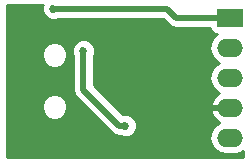
<source format=gbr>
G04 #@! TF.FileFunction,Copper,L2,Bot,Signal*
%FSLAX46Y46*%
G04 Gerber Fmt 4.6, Leading zero omitted, Abs format (unit mm)*
G04 Created by KiCad (PCBNEW (2015-02-03 BZR 5404)-product) date 2016-5-14 22:59:46*
%MOMM*%
G01*
G04 APERTURE LIST*
%ADD10C,0.150000*%
%ADD11R,2.199640X1.524000*%
%ADD12O,2.199640X1.524000*%
%ADD13C,0.685800*%
%ADD14C,0.254000*%
%ADD15C,0.508000*%
G04 APERTURE END LIST*
D10*
D11*
X207772000Y-145542000D03*
D12*
X207772000Y-148082000D03*
X207772000Y-150622000D03*
X207772000Y-153162000D03*
X207772000Y-155702000D03*
D13*
X193548000Y-151384000D03*
X197358000Y-150114000D03*
X201168000Y-156464000D03*
X192786000Y-144780000D03*
X195326000Y-148336000D03*
X198882000Y-154686000D03*
D14*
X203200000Y-153162000D02*
X207772000Y-153162000D01*
X200152000Y-150114000D02*
X203200000Y-153162000D01*
X197358000Y-150114000D02*
X200152000Y-150114000D01*
X201168000Y-156210000D02*
X204216000Y-153162000D01*
X204216000Y-153162000D02*
X207772000Y-153162000D01*
X201168000Y-156464000D02*
X201168000Y-156210000D01*
X202438000Y-144780000D02*
X203200000Y-145542000D01*
X203200000Y-145542000D02*
X207772000Y-145542000D01*
D15*
X203200000Y-145542000D02*
X207772000Y-145542000D01*
X202438000Y-144780000D02*
X203200000Y-145542000D01*
X192786000Y-144780000D02*
X202438000Y-144780000D01*
X198374000Y-154686000D02*
X195326000Y-151638000D01*
X195326000Y-151638000D02*
X195326000Y-148336000D01*
X198882000Y-154686000D02*
X198374000Y-154686000D01*
D14*
G36*
X208865000Y-157303000D02*
X199860069Y-157303000D01*
X199860069Y-154492337D01*
X199711507Y-154132788D01*
X199436659Y-153857460D01*
X199077370Y-153708270D01*
X198688337Y-153707931D01*
X198663450Y-153718214D01*
X196215000Y-151269764D01*
X196215000Y-148745055D01*
X196303730Y-148531370D01*
X196304069Y-148142337D01*
X196155507Y-147782788D01*
X195880659Y-147507460D01*
X195521370Y-147358270D01*
X195132337Y-147357931D01*
X194772788Y-147506493D01*
X194497460Y-147781341D01*
X194348270Y-148140630D01*
X194347931Y-148529663D01*
X194437000Y-148745227D01*
X194437000Y-151638000D01*
X194504671Y-151978206D01*
X194697382Y-152266618D01*
X197745382Y-155314618D01*
X198033794Y-155507329D01*
X198033795Y-155507329D01*
X198374000Y-155575000D01*
X198472944Y-155575000D01*
X198686630Y-155663730D01*
X199075663Y-155664069D01*
X199435212Y-155515507D01*
X199710540Y-155240659D01*
X199859730Y-154881370D01*
X199860069Y-154492337D01*
X199860069Y-157303000D01*
X193972368Y-157303000D01*
X193972368Y-152860850D01*
X193972368Y-148464110D01*
X193807598Y-148065337D01*
X193502767Y-147759974D01*
X193104283Y-147594509D01*
X192672810Y-147594132D01*
X192274037Y-147758902D01*
X191968674Y-148063733D01*
X191803209Y-148462217D01*
X191802832Y-148893690D01*
X191967602Y-149292463D01*
X192272433Y-149597826D01*
X192670917Y-149763291D01*
X193102390Y-149763668D01*
X193501163Y-149598898D01*
X193806526Y-149294067D01*
X193971991Y-148895583D01*
X193972368Y-148464110D01*
X193972368Y-152860850D01*
X193807598Y-152462077D01*
X193502767Y-152156714D01*
X193104283Y-151991249D01*
X192672810Y-151990872D01*
X192274037Y-152155642D01*
X191968674Y-152460473D01*
X191803209Y-152858957D01*
X191802832Y-153290430D01*
X191967602Y-153689203D01*
X192272433Y-153994566D01*
X192670917Y-154160031D01*
X193102390Y-154160408D01*
X193501163Y-153995638D01*
X193806526Y-153690807D01*
X193971991Y-153292323D01*
X193972368Y-152860850D01*
X193972368Y-157303000D01*
X188899000Y-157303000D01*
X188899000Y-144449000D01*
X191864588Y-144449000D01*
X191808270Y-144584630D01*
X191807931Y-144973663D01*
X191956493Y-145333212D01*
X192231341Y-145608540D01*
X192590630Y-145757730D01*
X192979663Y-145758069D01*
X193195227Y-145669000D01*
X202069764Y-145669000D01*
X202571382Y-146170618D01*
X202859794Y-146363329D01*
X202859795Y-146363329D01*
X203200000Y-146431000D01*
X206049380Y-146431000D01*
X206071717Y-146546123D01*
X206211507Y-146758927D01*
X206422540Y-146901377D01*
X206636643Y-146944313D01*
X206412365Y-147094172D01*
X206109533Y-147547391D01*
X206003193Y-148082000D01*
X206109533Y-148616609D01*
X206412365Y-149069828D01*
X206834664Y-149352000D01*
X206412365Y-149634172D01*
X206109533Y-150087391D01*
X206003193Y-150622000D01*
X206109533Y-151156609D01*
X206412365Y-151609828D01*
X206847605Y-151900647D01*
X206782239Y-151919941D01*
X206356550Y-152263974D01*
X206094920Y-152744723D01*
X206079960Y-152818930D01*
X206202460Y-153035000D01*
X207645000Y-153035000D01*
X207645000Y-153015000D01*
X207899000Y-153015000D01*
X207899000Y-153035000D01*
X207919000Y-153035000D01*
X207919000Y-153289000D01*
X207899000Y-153289000D01*
X207899000Y-153309000D01*
X207645000Y-153309000D01*
X207645000Y-153289000D01*
X206202460Y-153289000D01*
X206079960Y-153505070D01*
X206094920Y-153579277D01*
X206356550Y-154060026D01*
X206782239Y-154404059D01*
X206847605Y-154423352D01*
X206412365Y-154714172D01*
X206109533Y-155167391D01*
X206003193Y-155702000D01*
X206109533Y-156236609D01*
X206412365Y-156689828D01*
X206865584Y-156992660D01*
X207400193Y-157099000D01*
X208143807Y-157099000D01*
X208678416Y-156992660D01*
X208865000Y-156867988D01*
X208865000Y-157303000D01*
X208865000Y-157303000D01*
G37*
X208865000Y-157303000D02*
X199860069Y-157303000D01*
X199860069Y-154492337D01*
X199711507Y-154132788D01*
X199436659Y-153857460D01*
X199077370Y-153708270D01*
X198688337Y-153707931D01*
X198663450Y-153718214D01*
X196215000Y-151269764D01*
X196215000Y-148745055D01*
X196303730Y-148531370D01*
X196304069Y-148142337D01*
X196155507Y-147782788D01*
X195880659Y-147507460D01*
X195521370Y-147358270D01*
X195132337Y-147357931D01*
X194772788Y-147506493D01*
X194497460Y-147781341D01*
X194348270Y-148140630D01*
X194347931Y-148529663D01*
X194437000Y-148745227D01*
X194437000Y-151638000D01*
X194504671Y-151978206D01*
X194697382Y-152266618D01*
X197745382Y-155314618D01*
X198033794Y-155507329D01*
X198033795Y-155507329D01*
X198374000Y-155575000D01*
X198472944Y-155575000D01*
X198686630Y-155663730D01*
X199075663Y-155664069D01*
X199435212Y-155515507D01*
X199710540Y-155240659D01*
X199859730Y-154881370D01*
X199860069Y-154492337D01*
X199860069Y-157303000D01*
X193972368Y-157303000D01*
X193972368Y-152860850D01*
X193972368Y-148464110D01*
X193807598Y-148065337D01*
X193502767Y-147759974D01*
X193104283Y-147594509D01*
X192672810Y-147594132D01*
X192274037Y-147758902D01*
X191968674Y-148063733D01*
X191803209Y-148462217D01*
X191802832Y-148893690D01*
X191967602Y-149292463D01*
X192272433Y-149597826D01*
X192670917Y-149763291D01*
X193102390Y-149763668D01*
X193501163Y-149598898D01*
X193806526Y-149294067D01*
X193971991Y-148895583D01*
X193972368Y-148464110D01*
X193972368Y-152860850D01*
X193807598Y-152462077D01*
X193502767Y-152156714D01*
X193104283Y-151991249D01*
X192672810Y-151990872D01*
X192274037Y-152155642D01*
X191968674Y-152460473D01*
X191803209Y-152858957D01*
X191802832Y-153290430D01*
X191967602Y-153689203D01*
X192272433Y-153994566D01*
X192670917Y-154160031D01*
X193102390Y-154160408D01*
X193501163Y-153995638D01*
X193806526Y-153690807D01*
X193971991Y-153292323D01*
X193972368Y-152860850D01*
X193972368Y-157303000D01*
X188899000Y-157303000D01*
X188899000Y-144449000D01*
X191864588Y-144449000D01*
X191808270Y-144584630D01*
X191807931Y-144973663D01*
X191956493Y-145333212D01*
X192231341Y-145608540D01*
X192590630Y-145757730D01*
X192979663Y-145758069D01*
X193195227Y-145669000D01*
X202069764Y-145669000D01*
X202571382Y-146170618D01*
X202859794Y-146363329D01*
X202859795Y-146363329D01*
X203200000Y-146431000D01*
X206049380Y-146431000D01*
X206071717Y-146546123D01*
X206211507Y-146758927D01*
X206422540Y-146901377D01*
X206636643Y-146944313D01*
X206412365Y-147094172D01*
X206109533Y-147547391D01*
X206003193Y-148082000D01*
X206109533Y-148616609D01*
X206412365Y-149069828D01*
X206834664Y-149352000D01*
X206412365Y-149634172D01*
X206109533Y-150087391D01*
X206003193Y-150622000D01*
X206109533Y-151156609D01*
X206412365Y-151609828D01*
X206847605Y-151900647D01*
X206782239Y-151919941D01*
X206356550Y-152263974D01*
X206094920Y-152744723D01*
X206079960Y-152818930D01*
X206202460Y-153035000D01*
X207645000Y-153035000D01*
X207645000Y-153015000D01*
X207899000Y-153015000D01*
X207899000Y-153035000D01*
X207919000Y-153035000D01*
X207919000Y-153289000D01*
X207899000Y-153289000D01*
X207899000Y-153309000D01*
X207645000Y-153309000D01*
X207645000Y-153289000D01*
X206202460Y-153289000D01*
X206079960Y-153505070D01*
X206094920Y-153579277D01*
X206356550Y-154060026D01*
X206782239Y-154404059D01*
X206847605Y-154423352D01*
X206412365Y-154714172D01*
X206109533Y-155167391D01*
X206003193Y-155702000D01*
X206109533Y-156236609D01*
X206412365Y-156689828D01*
X206865584Y-156992660D01*
X207400193Y-157099000D01*
X208143807Y-157099000D01*
X208678416Y-156992660D01*
X208865000Y-156867988D01*
X208865000Y-157303000D01*
M02*

</source>
